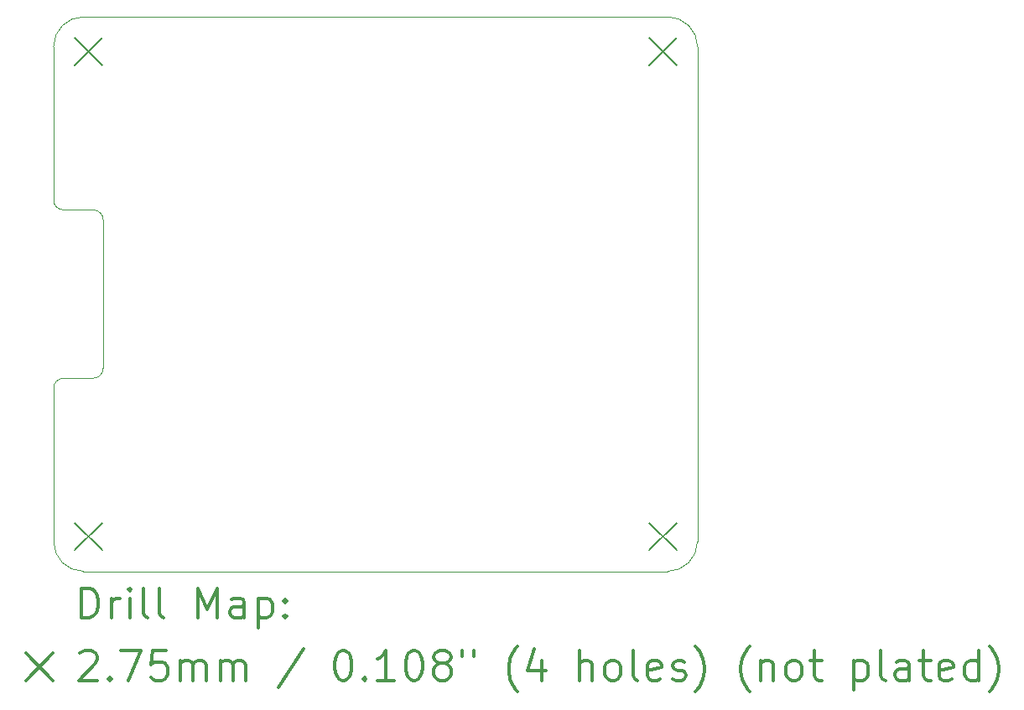
<source format=gbr>
%FSLAX45Y45*%
G04 Gerber Fmt 4.5, Leading zero omitted, Abs format (unit mm)*
G04 Created by KiCad (PCBNEW 5.1.6) date 2020-07-11 21:06:06*
%MOMM*%
%LPD*%
G01*
G04 APERTURE LIST*
%TA.AperFunction,Profile*%
%ADD10C,0.100000*%
%TD*%
%ADD11C,0.200000*%
%ADD12C,0.300000*%
G04 APERTURE END LIST*
D10*
X4789263Y-12815588D02*
X10689263Y-12815588D01*
X4789263Y-12815587D02*
G75*
G03*
X4489263Y-13115588I0J-300000D01*
G01*
X10989263Y-13115588D02*
X10989263Y-18115588D01*
X4789263Y-18415588D02*
X10689263Y-18415588D01*
X4989263Y-14865588D02*
X4989263Y-16365588D01*
X4589263Y-14765588D02*
X4889263Y-14765588D01*
X4589263Y-16465588D02*
X4889263Y-16465588D01*
X4489263Y-13115588D02*
X4489263Y-14665588D01*
X4489263Y-16565588D02*
X4489263Y-18115588D01*
X4489263Y-18115587D02*
G75*
G03*
X4789263Y-18415588I300000J0D01*
G01*
X10689263Y-18415587D02*
G75*
G03*
X10989263Y-18115588I0J300000D01*
G01*
X4489263Y-14665588D02*
G75*
G03*
X4589263Y-14765588I100000J0D01*
G01*
X4989263Y-14865588D02*
G75*
G03*
X4889263Y-14765588I-100000J0D01*
G01*
X4889263Y-16465588D02*
G75*
G03*
X4989263Y-16365588I0J100000D01*
G01*
X4589263Y-16465587D02*
G75*
G03*
X4489263Y-16565588I0J-100000D01*
G01*
X10989263Y-13115587D02*
G75*
G03*
X10689263Y-12815588I-300000J0D01*
G01*
D11*
X10501763Y-13028088D02*
X10776763Y-13303088D01*
X10776763Y-13028088D02*
X10501763Y-13303088D01*
X4701763Y-17928088D02*
X4976763Y-18203088D01*
X4976763Y-17928088D02*
X4701763Y-18203088D01*
X10501763Y-17928088D02*
X10776763Y-18203088D01*
X10776763Y-17928088D02*
X10501763Y-18203088D01*
X4701763Y-13028088D02*
X4976763Y-13303088D01*
X4976763Y-13028088D02*
X4701763Y-13303088D01*
D12*
X4770691Y-18886302D02*
X4770691Y-18586302D01*
X4842120Y-18586302D01*
X4884977Y-18600588D01*
X4913548Y-18629159D01*
X4927834Y-18657731D01*
X4942120Y-18714874D01*
X4942120Y-18757731D01*
X4927834Y-18814874D01*
X4913548Y-18843445D01*
X4884977Y-18872016D01*
X4842120Y-18886302D01*
X4770691Y-18886302D01*
X5070691Y-18886302D02*
X5070691Y-18686302D01*
X5070691Y-18743445D02*
X5084977Y-18714874D01*
X5099263Y-18700588D01*
X5127834Y-18686302D01*
X5156405Y-18686302D01*
X5256405Y-18886302D02*
X5256405Y-18686302D01*
X5256405Y-18586302D02*
X5242120Y-18600588D01*
X5256405Y-18614874D01*
X5270691Y-18600588D01*
X5256405Y-18586302D01*
X5256405Y-18614874D01*
X5442120Y-18886302D02*
X5413548Y-18872016D01*
X5399263Y-18843445D01*
X5399263Y-18586302D01*
X5599263Y-18886302D02*
X5570691Y-18872016D01*
X5556405Y-18843445D01*
X5556405Y-18586302D01*
X5942120Y-18886302D02*
X5942120Y-18586302D01*
X6042120Y-18800588D01*
X6142120Y-18586302D01*
X6142120Y-18886302D01*
X6413548Y-18886302D02*
X6413548Y-18729159D01*
X6399263Y-18700588D01*
X6370691Y-18686302D01*
X6313548Y-18686302D01*
X6284977Y-18700588D01*
X6413548Y-18872016D02*
X6384977Y-18886302D01*
X6313548Y-18886302D01*
X6284977Y-18872016D01*
X6270691Y-18843445D01*
X6270691Y-18814874D01*
X6284977Y-18786302D01*
X6313548Y-18772016D01*
X6384977Y-18772016D01*
X6413548Y-18757731D01*
X6556405Y-18686302D02*
X6556405Y-18986302D01*
X6556405Y-18700588D02*
X6584977Y-18686302D01*
X6642120Y-18686302D01*
X6670691Y-18700588D01*
X6684977Y-18714874D01*
X6699263Y-18743445D01*
X6699263Y-18829159D01*
X6684977Y-18857731D01*
X6670691Y-18872016D01*
X6642120Y-18886302D01*
X6584977Y-18886302D01*
X6556405Y-18872016D01*
X6827834Y-18857731D02*
X6842120Y-18872016D01*
X6827834Y-18886302D01*
X6813548Y-18872016D01*
X6827834Y-18857731D01*
X6827834Y-18886302D01*
X6827834Y-18700588D02*
X6842120Y-18714874D01*
X6827834Y-18729159D01*
X6813548Y-18714874D01*
X6827834Y-18700588D01*
X6827834Y-18729159D01*
X4209263Y-19243088D02*
X4484263Y-19518088D01*
X4484263Y-19243088D02*
X4209263Y-19518088D01*
X4756405Y-19244874D02*
X4770691Y-19230588D01*
X4799263Y-19216302D01*
X4870691Y-19216302D01*
X4899263Y-19230588D01*
X4913548Y-19244874D01*
X4927834Y-19273445D01*
X4927834Y-19302016D01*
X4913548Y-19344874D01*
X4742120Y-19516302D01*
X4927834Y-19516302D01*
X5056405Y-19487731D02*
X5070691Y-19502016D01*
X5056405Y-19516302D01*
X5042120Y-19502016D01*
X5056405Y-19487731D01*
X5056405Y-19516302D01*
X5170691Y-19216302D02*
X5370691Y-19216302D01*
X5242120Y-19516302D01*
X5627834Y-19216302D02*
X5484977Y-19216302D01*
X5470691Y-19359159D01*
X5484977Y-19344874D01*
X5513548Y-19330588D01*
X5584977Y-19330588D01*
X5613548Y-19344874D01*
X5627834Y-19359159D01*
X5642120Y-19387731D01*
X5642120Y-19459159D01*
X5627834Y-19487731D01*
X5613548Y-19502016D01*
X5584977Y-19516302D01*
X5513548Y-19516302D01*
X5484977Y-19502016D01*
X5470691Y-19487731D01*
X5770691Y-19516302D02*
X5770691Y-19316302D01*
X5770691Y-19344874D02*
X5784977Y-19330588D01*
X5813548Y-19316302D01*
X5856405Y-19316302D01*
X5884977Y-19330588D01*
X5899263Y-19359159D01*
X5899263Y-19516302D01*
X5899263Y-19359159D02*
X5913548Y-19330588D01*
X5942120Y-19316302D01*
X5984977Y-19316302D01*
X6013548Y-19330588D01*
X6027834Y-19359159D01*
X6027834Y-19516302D01*
X6170691Y-19516302D02*
X6170691Y-19316302D01*
X6170691Y-19344874D02*
X6184977Y-19330588D01*
X6213548Y-19316302D01*
X6256405Y-19316302D01*
X6284977Y-19330588D01*
X6299263Y-19359159D01*
X6299263Y-19516302D01*
X6299263Y-19359159D02*
X6313548Y-19330588D01*
X6342120Y-19316302D01*
X6384977Y-19316302D01*
X6413548Y-19330588D01*
X6427834Y-19359159D01*
X6427834Y-19516302D01*
X7013548Y-19202016D02*
X6756405Y-19587731D01*
X7399263Y-19216302D02*
X7427834Y-19216302D01*
X7456405Y-19230588D01*
X7470691Y-19244874D01*
X7484977Y-19273445D01*
X7499263Y-19330588D01*
X7499263Y-19402016D01*
X7484977Y-19459159D01*
X7470691Y-19487731D01*
X7456405Y-19502016D01*
X7427834Y-19516302D01*
X7399263Y-19516302D01*
X7370691Y-19502016D01*
X7356405Y-19487731D01*
X7342120Y-19459159D01*
X7327834Y-19402016D01*
X7327834Y-19330588D01*
X7342120Y-19273445D01*
X7356405Y-19244874D01*
X7370691Y-19230588D01*
X7399263Y-19216302D01*
X7627834Y-19487731D02*
X7642120Y-19502016D01*
X7627834Y-19516302D01*
X7613548Y-19502016D01*
X7627834Y-19487731D01*
X7627834Y-19516302D01*
X7927834Y-19516302D02*
X7756405Y-19516302D01*
X7842120Y-19516302D02*
X7842120Y-19216302D01*
X7813548Y-19259159D01*
X7784977Y-19287731D01*
X7756405Y-19302016D01*
X8113548Y-19216302D02*
X8142120Y-19216302D01*
X8170691Y-19230588D01*
X8184977Y-19244874D01*
X8199263Y-19273445D01*
X8213548Y-19330588D01*
X8213548Y-19402016D01*
X8199263Y-19459159D01*
X8184977Y-19487731D01*
X8170691Y-19502016D01*
X8142120Y-19516302D01*
X8113548Y-19516302D01*
X8084977Y-19502016D01*
X8070691Y-19487731D01*
X8056405Y-19459159D01*
X8042120Y-19402016D01*
X8042120Y-19330588D01*
X8056405Y-19273445D01*
X8070691Y-19244874D01*
X8084977Y-19230588D01*
X8113548Y-19216302D01*
X8384977Y-19344874D02*
X8356405Y-19330588D01*
X8342120Y-19316302D01*
X8327834Y-19287731D01*
X8327834Y-19273445D01*
X8342120Y-19244874D01*
X8356405Y-19230588D01*
X8384977Y-19216302D01*
X8442120Y-19216302D01*
X8470691Y-19230588D01*
X8484977Y-19244874D01*
X8499263Y-19273445D01*
X8499263Y-19287731D01*
X8484977Y-19316302D01*
X8470691Y-19330588D01*
X8442120Y-19344874D01*
X8384977Y-19344874D01*
X8356405Y-19359159D01*
X8342120Y-19373445D01*
X8327834Y-19402016D01*
X8327834Y-19459159D01*
X8342120Y-19487731D01*
X8356405Y-19502016D01*
X8384977Y-19516302D01*
X8442120Y-19516302D01*
X8470691Y-19502016D01*
X8484977Y-19487731D01*
X8499263Y-19459159D01*
X8499263Y-19402016D01*
X8484977Y-19373445D01*
X8470691Y-19359159D01*
X8442120Y-19344874D01*
X8613548Y-19216302D02*
X8613548Y-19273445D01*
X8727834Y-19216302D02*
X8727834Y-19273445D01*
X9170691Y-19630588D02*
X9156405Y-19616302D01*
X9127834Y-19573445D01*
X9113548Y-19544874D01*
X9099263Y-19502016D01*
X9084977Y-19430588D01*
X9084977Y-19373445D01*
X9099263Y-19302016D01*
X9113548Y-19259159D01*
X9127834Y-19230588D01*
X9156405Y-19187731D01*
X9170691Y-19173445D01*
X9413548Y-19316302D02*
X9413548Y-19516302D01*
X9342120Y-19202016D02*
X9270691Y-19416302D01*
X9456405Y-19416302D01*
X9799263Y-19516302D02*
X9799263Y-19216302D01*
X9927834Y-19516302D02*
X9927834Y-19359159D01*
X9913548Y-19330588D01*
X9884977Y-19316302D01*
X9842120Y-19316302D01*
X9813548Y-19330588D01*
X9799263Y-19344874D01*
X10113548Y-19516302D02*
X10084977Y-19502016D01*
X10070691Y-19487731D01*
X10056405Y-19459159D01*
X10056405Y-19373445D01*
X10070691Y-19344874D01*
X10084977Y-19330588D01*
X10113548Y-19316302D01*
X10156405Y-19316302D01*
X10184977Y-19330588D01*
X10199263Y-19344874D01*
X10213548Y-19373445D01*
X10213548Y-19459159D01*
X10199263Y-19487731D01*
X10184977Y-19502016D01*
X10156405Y-19516302D01*
X10113548Y-19516302D01*
X10384977Y-19516302D02*
X10356405Y-19502016D01*
X10342120Y-19473445D01*
X10342120Y-19216302D01*
X10613548Y-19502016D02*
X10584977Y-19516302D01*
X10527834Y-19516302D01*
X10499263Y-19502016D01*
X10484977Y-19473445D01*
X10484977Y-19359159D01*
X10499263Y-19330588D01*
X10527834Y-19316302D01*
X10584977Y-19316302D01*
X10613548Y-19330588D01*
X10627834Y-19359159D01*
X10627834Y-19387731D01*
X10484977Y-19416302D01*
X10742120Y-19502016D02*
X10770691Y-19516302D01*
X10827834Y-19516302D01*
X10856405Y-19502016D01*
X10870691Y-19473445D01*
X10870691Y-19459159D01*
X10856405Y-19430588D01*
X10827834Y-19416302D01*
X10784977Y-19416302D01*
X10756405Y-19402016D01*
X10742120Y-19373445D01*
X10742120Y-19359159D01*
X10756405Y-19330588D01*
X10784977Y-19316302D01*
X10827834Y-19316302D01*
X10856405Y-19330588D01*
X10970691Y-19630588D02*
X10984977Y-19616302D01*
X11013548Y-19573445D01*
X11027834Y-19544874D01*
X11042120Y-19502016D01*
X11056405Y-19430588D01*
X11056405Y-19373445D01*
X11042120Y-19302016D01*
X11027834Y-19259159D01*
X11013548Y-19230588D01*
X10984977Y-19187731D01*
X10970691Y-19173445D01*
X11513548Y-19630588D02*
X11499263Y-19616302D01*
X11470691Y-19573445D01*
X11456405Y-19544874D01*
X11442120Y-19502016D01*
X11427834Y-19430588D01*
X11427834Y-19373445D01*
X11442120Y-19302016D01*
X11456405Y-19259159D01*
X11470691Y-19230588D01*
X11499263Y-19187731D01*
X11513548Y-19173445D01*
X11627834Y-19316302D02*
X11627834Y-19516302D01*
X11627834Y-19344874D02*
X11642120Y-19330588D01*
X11670691Y-19316302D01*
X11713548Y-19316302D01*
X11742120Y-19330588D01*
X11756405Y-19359159D01*
X11756405Y-19516302D01*
X11942120Y-19516302D02*
X11913548Y-19502016D01*
X11899263Y-19487731D01*
X11884977Y-19459159D01*
X11884977Y-19373445D01*
X11899263Y-19344874D01*
X11913548Y-19330588D01*
X11942120Y-19316302D01*
X11984977Y-19316302D01*
X12013548Y-19330588D01*
X12027834Y-19344874D01*
X12042120Y-19373445D01*
X12042120Y-19459159D01*
X12027834Y-19487731D01*
X12013548Y-19502016D01*
X11984977Y-19516302D01*
X11942120Y-19516302D01*
X12127834Y-19316302D02*
X12242120Y-19316302D01*
X12170691Y-19216302D02*
X12170691Y-19473445D01*
X12184977Y-19502016D01*
X12213548Y-19516302D01*
X12242120Y-19516302D01*
X12570691Y-19316302D02*
X12570691Y-19616302D01*
X12570691Y-19330588D02*
X12599263Y-19316302D01*
X12656405Y-19316302D01*
X12684977Y-19330588D01*
X12699263Y-19344874D01*
X12713548Y-19373445D01*
X12713548Y-19459159D01*
X12699263Y-19487731D01*
X12684977Y-19502016D01*
X12656405Y-19516302D01*
X12599263Y-19516302D01*
X12570691Y-19502016D01*
X12884977Y-19516302D02*
X12856405Y-19502016D01*
X12842120Y-19473445D01*
X12842120Y-19216302D01*
X13127834Y-19516302D02*
X13127834Y-19359159D01*
X13113548Y-19330588D01*
X13084977Y-19316302D01*
X13027834Y-19316302D01*
X12999263Y-19330588D01*
X13127834Y-19502016D02*
X13099263Y-19516302D01*
X13027834Y-19516302D01*
X12999263Y-19502016D01*
X12984977Y-19473445D01*
X12984977Y-19444874D01*
X12999263Y-19416302D01*
X13027834Y-19402016D01*
X13099263Y-19402016D01*
X13127834Y-19387731D01*
X13227834Y-19316302D02*
X13342120Y-19316302D01*
X13270691Y-19216302D02*
X13270691Y-19473445D01*
X13284977Y-19502016D01*
X13313548Y-19516302D01*
X13342120Y-19516302D01*
X13556405Y-19502016D02*
X13527834Y-19516302D01*
X13470691Y-19516302D01*
X13442120Y-19502016D01*
X13427834Y-19473445D01*
X13427834Y-19359159D01*
X13442120Y-19330588D01*
X13470691Y-19316302D01*
X13527834Y-19316302D01*
X13556405Y-19330588D01*
X13570691Y-19359159D01*
X13570691Y-19387731D01*
X13427834Y-19416302D01*
X13827834Y-19516302D02*
X13827834Y-19216302D01*
X13827834Y-19502016D02*
X13799263Y-19516302D01*
X13742120Y-19516302D01*
X13713548Y-19502016D01*
X13699263Y-19487731D01*
X13684977Y-19459159D01*
X13684977Y-19373445D01*
X13699263Y-19344874D01*
X13713548Y-19330588D01*
X13742120Y-19316302D01*
X13799263Y-19316302D01*
X13827834Y-19330588D01*
X13942120Y-19630588D02*
X13956405Y-19616302D01*
X13984977Y-19573445D01*
X13999263Y-19544874D01*
X14013548Y-19502016D01*
X14027834Y-19430588D01*
X14027834Y-19373445D01*
X14013548Y-19302016D01*
X13999263Y-19259159D01*
X13984977Y-19230588D01*
X13956405Y-19187731D01*
X13942120Y-19173445D01*
M02*

</source>
